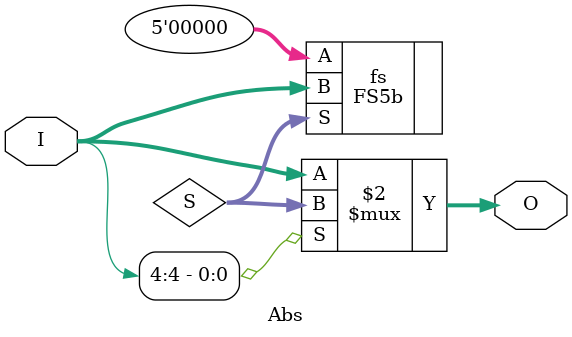
<source format=v>
module Abs(I,O);
input [4:0] I;
output [4:0] O;

	wire [4:0] S,D0;
	wire select;
	FS5b fs(.A(5'b0),.B(I),.S(S));
	assign O = (I[4] == 1'b1) ? S : I[4:0];
	
endmodule
</source>
